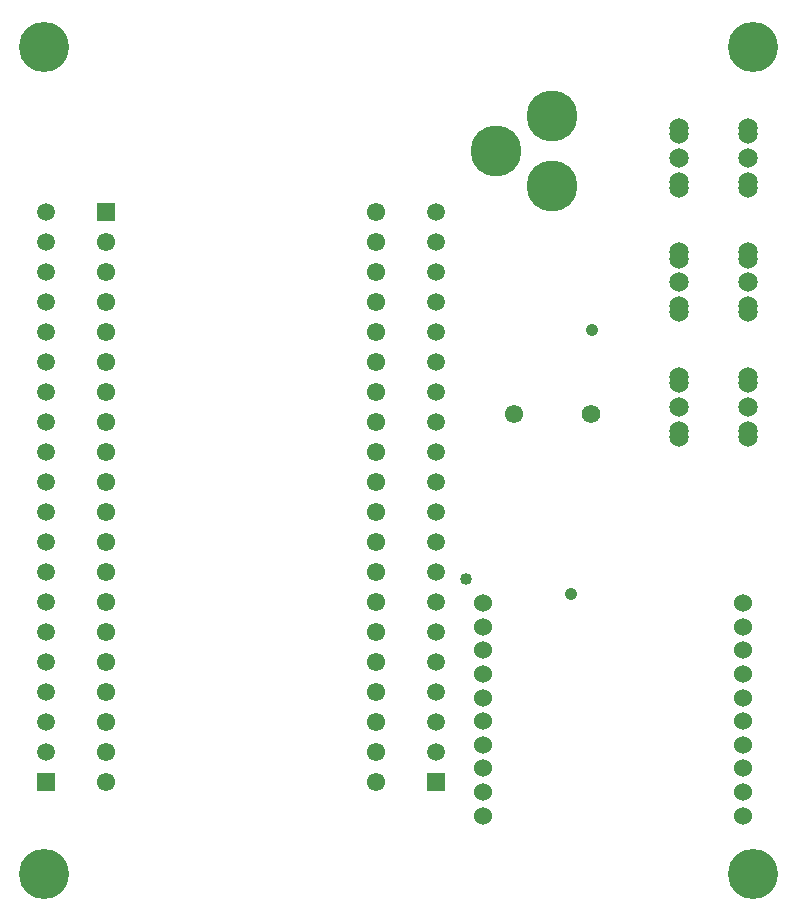
<source format=gbs>
G04 DipTrace 3.2.0.1*
G04 CM904_plus.gbs*
%MOIN*%
G04 #@! TF.FileFunction,Soldermask,Bot*
G04 #@! TF.Part,Single*
%ADD16C,0.04*%
%ADD24R,0.059055X0.059055*%
%ADD25C,0.059055*%
%ADD26C,0.17*%
%ADD28C,0.065199*%
%ADD31C,0.06*%
%ADD40C,0.167*%
%ADD42C,0.042*%
%ADD46C,0.062*%
%ADD56C,0.061055*%
%ADD58R,0.061055X0.061055*%
%FSLAX26Y26*%
G04*
G70*
G90*
G75*
G01*
G04 BotMask*
%LPD*%
D42*
X2342370Y2329390D3*
X2273386Y1448701D3*
D40*
X516496Y516811D3*
X2878701D3*
X516496Y3272717D3*
X2878701D3*
D16*
X1923386Y1498701D3*
D58*
X723386Y2723701D3*
D56*
Y2623701D3*
Y2523701D3*
Y2423701D3*
Y2323701D3*
Y2223701D3*
Y2123701D3*
Y2023701D3*
Y1923701D3*
Y1823701D3*
Y1723701D3*
Y1623701D3*
Y1523701D3*
Y1423701D3*
Y1323701D3*
Y1223701D3*
Y1123701D3*
Y1023701D3*
Y923701D3*
Y823701D3*
X1623386D3*
Y923701D3*
Y1023701D3*
Y1123701D3*
Y1223701D3*
Y1323701D3*
Y1423701D3*
Y1523701D3*
Y1623701D3*
Y1723701D3*
Y1823701D3*
Y1923701D3*
Y2023701D3*
Y2123701D3*
Y2223701D3*
Y2323701D3*
Y2423701D3*
Y2523701D3*
Y2623701D3*
Y2723701D3*
D26*
X2208386Y2808701D3*
Y3044921D3*
X2023347Y2926811D3*
D24*
X523386Y823701D3*
D25*
Y923701D3*
Y1023701D3*
Y1123701D3*
Y1223701D3*
Y1323701D3*
Y1423701D3*
Y1523701D3*
Y1623701D3*
Y1723701D3*
Y1823701D3*
Y1923701D3*
Y2023701D3*
Y2123701D3*
Y2223701D3*
Y2323701D3*
Y2423701D3*
Y2523701D3*
Y2623701D3*
Y2723701D3*
D24*
X1823386Y823701D3*
D25*
Y923701D3*
Y1023701D3*
Y1123701D3*
Y1223701D3*
Y1323701D3*
Y1423701D3*
Y1523701D3*
Y1623701D3*
Y1723701D3*
Y1823701D3*
Y1923701D3*
Y2023701D3*
Y2123701D3*
Y2223701D3*
Y2323701D3*
Y2423701D3*
Y2523701D3*
Y2623701D3*
Y2723701D3*
D28*
X2633386Y3003701D3*
Y2903701D3*
Y2803701D3*
Y2982441D3*
Y2824961D3*
X2863386Y3003701D3*
Y2903701D3*
Y2803701D3*
Y2982441D3*
Y2824961D3*
Y2588701D3*
Y2488701D3*
Y2388701D3*
Y2567441D3*
Y2409961D3*
X2633386Y2588701D3*
Y2488701D3*
Y2388701D3*
Y2567441D3*
Y2409961D3*
Y2173701D3*
Y2073701D3*
Y1973701D3*
Y2152441D3*
Y1994961D3*
X2863386Y2173701D3*
Y2073701D3*
Y1973701D3*
Y2152441D3*
Y1994961D3*
D46*
X2338386Y2048701D3*
D56*
X2082433D3*
D31*
X2846457Y1419961D3*
Y1341221D3*
Y1262481D3*
Y1183740D3*
Y1105000D3*
Y1026260D3*
Y947520D3*
Y868780D3*
Y790040D3*
Y711299D3*
X1980315Y1419961D3*
Y1341221D3*
Y1262481D3*
Y1183740D3*
Y1105000D3*
Y1026260D3*
Y947520D3*
Y868780D3*
Y790040D3*
Y711299D3*
M02*

</source>
